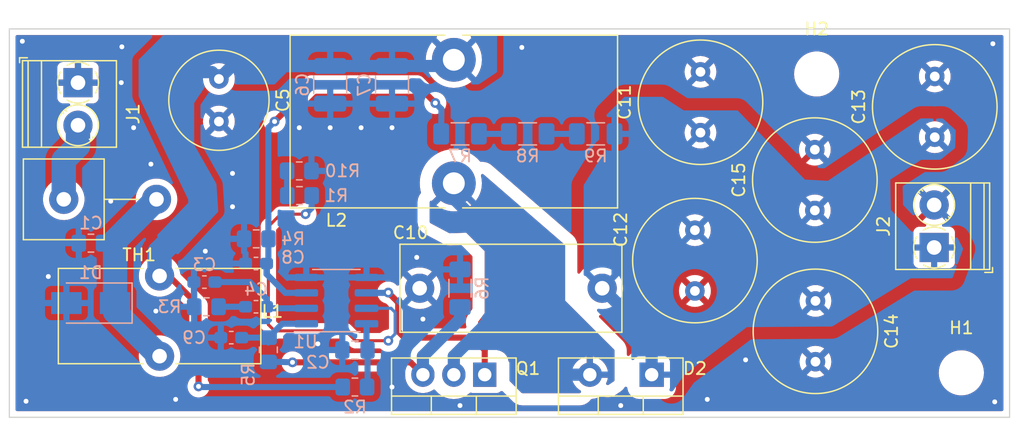
<source format=kicad_pcb>
(kicad_pcb (version 20211014) (generator pcbnew)
  (layers (0 "F.Cu" signal) (31 "B.Cu" signal) (34 "B.Paste" user) (35 "F.Paste" user) (36 "B.SilkS" user "B.Silkscreen") (37 "F.SilkS" user "F.Silkscreen") (38 "B.Mask" user) (39 "F.Mask" user) (44 "Edge.Cuts" user))
  (net 0 "")
  (net 1 "Net-(C1-Pad1)")
  (net 2 "GND")
  (net 3 "Net-(C2-Pad1)")
  (net 4 "Net-(C3-Pad1)")
  (net 5 "Net-(C4-Pad2)")
  (net 6 "Net-(C5-Pad1)")
  (net 7 "Net-(C8-Pad1)")
  (net 8 "Net-(C9-Pad1)")
  (net 9 "Net-(C10-Pad1)")
  (net 10 "Net-(D2-Pad2)")
  (net 11 "Net-(Q1-Pad1)")
  (net 12 "Net-(Q1-Pad3)")
  (net 13 "Net-(R1-Pad1)")
  (net 14 "Net-(R7-Pad2)")
  (net 15 "Net-(R8-Pad2)")
  (net 16 "Net-(J1-Pad2)")
  (net 17 "Net-(R1-Pad2)")
  (footprint "Resistor_THT:R_Axial_Power_L20.0mm_W6.4mm_P7.62mm_Vertical" (layer "F.Cu") (at 135.5852 99.8728)
    (fp_text reference "TH1" (at 6.1976 4.572) (layer "F.SilkS"))
    (fp_text value "EPC B57364-S259")
    (fp_line (start -3.32 -3.32) (end -3.32 3.32) (layer "F.SilkS") (width 0.12))
    (fp_line (start -3.32 3.32) (end 3.32 3.32) (layer "F.SilkS") (width 0.12))
    (fp_line (start 3.32 3.32) (end 3.32 -3.32) (layer "F.SilkS") (width 0.12))
    (fp_line (start 3.32 -3.32) (end -3.32 -3.32) (layer "F.SilkS") (width 0.12))
    (fp_line (start 3.32 0) (end 6.12 0) (layer "F.SilkS") (width 0.12))
    (pad "1" thru_hole circle (at 0 0) (size 2.4 2.4) (drill 1.2) (layers *.Cu *.Mask) (net 16 "Net-(J1-Pad2)"))
    (pad "2" thru_hole oval (at 7.62 0) (size 2.4 2.4) (drill 1.2) (layers *.Cu *.Mask) (net 1 "Net-(C1-Pad1)"))
  )
  (footprint "Capacitor_THT:C_Radial_D10.0mm_H20.0mm_P5.00mm" (layer "F.Cu") (at 197.3072 100.7872 90)
    (fp_text reference "C15" (at 2.5 -6.25 90) (layer "F.SilkS"))
    (fp_text value "33u")
    (fp_circle (center 2.5 0) (end 7.62 0) (layer "F.SilkS") (width 0.12) (fill none))
    (pad "1" thru_hole circle (at 0 0 90) (size 1.6 1.6) (drill 0.8) (layers *.Cu *.Mask) (net 9 "Net-(C10-Pad1)"))
    (pad "2" thru_hole circle (at 5 0 90) (size 1.6 1.6) (drill 0.8) (layers *.Cu *.Mask) (net 2 "GND"))
  )
  (footprint "TerminalBlock_Phoenix:TerminalBlock_Phoenix_PT-1,5-2-3.5-H_1x02_P3.50mm_Horizontal" (layer "F.Cu") (at 136.7536 90.2768 -90)
    (fp_text reference "J1" (at 2.5628 -4.5324 90) (layer "F.SilkS"))
    (fp_text value "Screw_Terminal_01x02")
    (fp_line (start -1.81 -3.16) (end 5.31 -3.16) (layer "F.SilkS") (width 0.12))
    (fp_line (start -1.81 4.1) (end 5.31 4.1) (layer "F.SilkS") (width 0.12))
    (fp_line (start -1.81 3) (end 5.31 3) (layer "F.SilkS") (width 0.12))
    (fp_line (start -2.05 4.16) (end -2.05 4.8) (layer "F.SilkS") (width 0.12))
    (fp_line (start 4.57 -1.275) (end 4.476 -1.181) (layer "F.SilkS") (width 0.12))
    (fp_line (start -1.81 4.56) (end 5.31 4.56) (layer "F.SilkS") (width 0.12))
    (fp_line (start -1.81 -3.16) (end -1.81 4.56) (layer "F.SilkS") (width 0.12))
    (fp_line (start -2.05 4.8) (end -1.65 4.8) (layer "F.SilkS") (width 0.12))
    (fp_line (start 5.31 -3.16) (end 5.31 4.56) (layer "F.SilkS") (width 0.12))
    (fp_line (start 4.775 -1.069) (end 4.646 -0.941) (layer "F.SilkS") (width 0.12))
    (fp_line (start 2.525 1.181) (end 2.431 1.274) (layer "F.SilkS") (width 0.12))
    (fp_line (start 2.355 0.941) (end 2.226 1.069) (layer "F.SilkS") (width 0.12))
    (fp_arc (start 0.890264 1.424721) (mid 0.463071 1.61492) (end 0 1.68) (layer "F.SilkS") (width 0.12))
    (fp_arc (start -0.889894 -1.425358) (mid -0.014012 -1.680286) (end 0.866 -1.44) (layer "F.SilkS") (width 0.12))
    (fp_arc (start 0.028674 1.680099) (mid -0.435535 1.622918) (end -0.866 1.44) (layer "F.SilkS") (width 0.12))
    (fp_arc (start -1.425358 0.889894) (mid -1.680286 0.014012) (end -1.44 -0.866) (layer "F.SilkS") (width 0.12))
    (fp_arc (start 1.425504 -0.890193) (mid 1.680626 0.000476) (end 1.425 0.891) (layer "F.SilkS") (width 0.12))
    (fp_circle (center 3.5 0) (end 5.18 0) (layer "F.SilkS") (width 0.12) (fill none))
    (pad "1" thru_hole rect (at 0 0 270) (size 2.4 2.4) (drill 1.2) (layers *.Cu *.Mask) (net 2 "GND"))
    (pad "2" thru_hole circle (at 3.5 0 270) (size 2.4 2.4) (drill 1.2) (layers *.Cu *.Mask) (net 16 "Net-(J1-Pad2)"))
  )
  (footprint "Package_TO_SOT_THT:TO-220-2_Vertical" (layer "F.Cu") (at 183.896 114.3 180)
    (fp_text reference "D2" (at -3.556 0.508) (layer "F.SilkS"))
    (fp_text value "BYV79-200")
    (fp_line (start 7.66 -3.27) (end 7.66 1.371) (layer "F.SilkS") (width 0.12))
    (fp_line (start -2.58 -1.76) (end 7.66 -1.76) (layer "F.SilkS") (width 0.12))
    (fp_line (start -2.58 1.371) (end 7.66 1.371) (layer "F.SilkS") (width 0.12))
    (fp_line (start -2.58 -3.27) (end -2.58 1.371) (layer "F.SilkS") (width 0.12))
    (fp_line (start 0.69 -3.27) (end 0.69 -1.76) (layer "F.SilkS") (width 0.12))
    (fp_line (start -2.58 -3.27) (end 7.66 -3.27) (layer "F.SilkS") (width 0.12))
    (fp_line (start 4.391 -3.27) (end 4.391 -1.76) (layer "F.SilkS") (width 0.12))
    (pad "1" thru_hole rect (at 0 0 180) (size 2 2) (drill 1.1) (layers *.Cu *.Mask) (net 9 "Net-(C10-Pad1)") (clearance 1))
    (pad "2" thru_hole oval (at 5.08 0 180) (size 2 2) (drill 1.1) (layers *.Cu *.Mask) (net 10 "Net-(D2-Pad2)") (clearance 1))
  )
  (footprint "Capacitor_THT:C_Radial_D8.0mm_H11.5mm_P3.50mm" (layer "F.Cu") (at 148.336 89.972 -90)
    (fp_text reference "C5" (at 1.75 -5.25 90) (layer "F.SilkS"))
    (fp_text value "100u")
    (fp_circle (center 1.75 0) (end 5.87 0) (layer "F.SilkS") (width 0.12) (fill none))
    (pad "1" thru_hole circle (at 0 0 270) (size 1.6 1.6) (drill 0.8) (layers *.Cu *.Mask) (net 6 "Net-(C5-Pad1)"))
    (pad "2" thru_hole circle (at 3.5 0 270) (size 1.6 1.6) (drill 0.8) (layers *.Cu *.Mask) (net 2 "GND"))
  )
  (footprint "Capacitor_THT:C_Rect_L18.0mm_W7.0mm_P15.00mm_FKS3_FKP3" (layer "F.Cu") (at 179.832 107.188 180)
    (fp_text reference "C10" (at 15.748 4.572) (layer "F.SilkS"))
    (fp_text value "1u")
    (fp_line (start 16.62 -3.62) (end 16.62 3.62) (layer "F.SilkS") (width 0.12))
    (fp_line (start -1.62 -3.62) (end 16.62 -3.62) (layer "F.SilkS") (width 0.12))
    (fp_line (start -1.62 3.62) (end 16.62 3.62) (layer "F.SilkS") (width 0.12))
    (fp_line (start -1.62 -3.62) (end -1.62 3.62) (layer "F.SilkS") (width 0.12))
    (pad "1" thru_hole circle (at 0 0 180) (size 2.4 2.4) (drill 1.2) (layers *.Cu *.Mask) (net 9 "Net-(C10-Pad1)") (clearance 1))
    (pad "2" thru_hole circle (at 15 0 180) (size 2.4 2.4) (drill 1.2) (layers *.Cu *.Mask) (net 2 "GND"))
  )
  (footprint "Package_TO_SOT_THT:TO-220-3_Vertical" (layer "F.Cu") (at 170.18 114.3 180)
    (fp_text reference "Q1" (at -3.556 0.508) (layer "F.SilkS"))
    (fp_text value "IRFB4620PBF")
    (fp_line (start -2.58 -3.27) (end -2.58 1.371) (layer "F.SilkS") (width 0.12))
    (fp_line (start 7.66 -3.27) (end 7.66 1.371) (layer "F.SilkS") (width 0.12))
    (fp_line (start 0.69 -3.27) (end 0.69 -1.76) (layer "F.SilkS") (width 0.12))
    (fp_line (start -2.58 1.371) (end 7.66 1.371) (layer "F.SilkS") (width 0.12))
    (fp_line (start -2.58 -1.76) (end 7.66 -1.76) (layer "F.SilkS") (width 0.12))
    (fp_line (start 4.391 -3.27) (end 4.391 -1.76) (layer "F.SilkS") (width 0.12))
    (fp_line (start -2.58 -3.27) (end 7.66 -3.27) (layer "F.SilkS") (width 0.12))
    (pad "1" thru_hole rect (at 0 0 180) (size 1.905 2) (drill 1.1) (layers *.Cu *.Mask) (net 11 "Net-(Q1-Pad1)"))
    (pad "2" thru_hole oval (at 2.54 0 180) (size 1.905 2) (drill 1.1) (layers *.Cu *.Mask) (net 10 "Net-(D2-Pad2)") (clearance 1))
    (pad "3" thru_hole oval (at 5.08 0 180) (size 1.905 2) (drill 1.1) (layers *.Cu *.Mask) (net 12 "Net-(Q1-Pad3)"))
  )
  (footprint "TerminalBlock_Phoenix:TerminalBlock_Phoenix_PT-1,5-2-3.5-H_1x02_P3.50mm_Horizontal" (layer "F.Cu") (at 207.1116 103.8352 90)
    (fp_text reference "J2" (at 1.75 -4.16 90) (layer "F.SilkS"))
    (fp_text value "Screw_Terminal_01x02")
    (fp_line (start -2.05 4.8) (end -1.65 4.8) (layer "F.SilkS") (width 0.12))
    (fp_line (start 4.57 -1.275) (end 4.476 -1.181) (layer "F.SilkS") (width 0.12))
    (fp_line (start -1.81 -3.16) (end -1.81 4.56) (layer "F.SilkS") (width 0.12))
    (fp_line (start -1.81 4.1) (end 5.31 4.1) (layer "F.SilkS") (width 0.12))
    (fp_line (start 5.31 -3.16) (end 5.31 4.56) (layer "F.SilkS") (width 0.12))
    (fp_line (start -1.81 -3.16) (end 5.31 -3.16) (layer "F.SilkS") (width 0.12))
    (fp_line (start 2.525 1.181) (end 2.431 1.274) (layer "F.SilkS") (width 0.12))
    (fp_line (start -1.81 4.56) (end 5.31 4.56) (layer "F.SilkS") (width 0.12))
    (fp_line (start 4.775 -1.069) (end 4.646 -0.941) (layer "F.SilkS") (width 0.12))
    (fp_line (start -1.81 3) (end 5.31 3) (layer "F.SilkS") (width 0.12))
    (fp_line (start -2.05 4.16) (end -2.05 4.8) (layer "F.SilkS") (width 0.12))
    (fp_line (start 2.355 0.941) (end 2.226 1.069) (layer "F.SilkS") (width 0.12))
    (fp_arc (start -1.425358 0.889894) (mid -1.680286 0.014012) (end -1.44 -0.866) (layer "F.SilkS") (width 0.12))
    (fp_arc (start -0.889894 -1.425358) (mid -0.014012 -1.680286) (end 0.866 -1.44) (layer "F.SilkS") (width 0.12))
    (fp_arc (start 1.425504 -0.890193) (mid 1.680626 0.000476) (end 1.425 0.891) (layer "F.SilkS") (width 0.12))
    (fp_arc (start 0.890264 1.424721) (mid 0.463071 1.61492) (end 0 1.68) (layer "F.SilkS") (width 0.12))
    (fp_arc (start 0.028674 1.680099) (mid -0.435535 1.622918) (end -0.866 1.44) (layer "F.SilkS") (width 0.12))
    (fp_circle (center 3.5 0) (end 5.18 0) (layer "F.SilkS") (width 0.12) (fill none))
    (pad "1" thru_hole rect (at 0 0 90) (size 2.4 2.4) (drill 1.2) (layers *.Cu *.Mask) (net 9 "Net-(C10-Pad1)"))
    (pad "2" thru_hole circle (at 3.5 0 90) (size 2.4 2.4) (drill 1.2) (layers *.Cu *.Mask) (net 2 "GND"))
  )
  (footprint "Capacitor_THT:C_Radial_D10.0mm_H20.0mm_P5.00mm" (layer "F.Cu") (at 207.1624 94.7636 90)
    (fp_text reference "C13" (at 2.5 -6.25 90) (layer "F.SilkS"))
    (fp_text value "33u")
    (fp_circle (center 2.5 0) (end 7.62 0) (layer "F.SilkS") (width 0.12) (fill none))
    (pad "1" thru_hole circle (at 0 0 90) (size 1.6 1.6) (drill 0.8) (layers *.Cu *.Mask) (net 9 "Net-(C10-Pad1)"))
    (pad "2" thru_hole circle (at 5 0 90) (size 1.6 1.6) (drill 0.8) (layers *.Cu *.Mask) (net 2 "GND"))
  )
  (footprint "MountingHole:MountingHole_2.7mm_M2.5" (layer "F.Cu") (at 197.4596 89.5604)
    (fp_text reference "H2" (at 0 -3.7) (layer "F.SilkS"))
    (fp_text value "MountingHole")
    (pad "" np_thru_hole circle (at 0 0) (size 2.7 2.7) (drill 2.7) (layers *.Cu *.Mask))
  )
  (footprint "MountingHole:MountingHole_2.7mm_M2.5" (layer "F.Cu") (at 209.3468 114.1476)
    (fp_text reference "H1" (at 0 -3.7) (layer "F.SilkS"))
    (fp_text value "MountingHole")
    (pad "" np_thru_hole circle (at 0 0) (size 2.7 2.7) (drill 2.7) (layers *.Cu *.Mask))
  )
  (footprint "Capacitor_THT:C_Radial_D10.0mm_H20.0mm_P5.00mm" (layer "F.Cu") (at 187.452 102.4128 -90)
    (fp_text reference "C12" (at -0.04 6.096 90) (layer "F.SilkS"))
    (fp_text value "33u")
    (fp_circle (center 2.5 0) (end 7.62 0) (layer "F.SilkS") (width 0.12) (fill none))
    (pad "1" thru_hole circle (at 0 0 270) (size 1.6 1.6) (drill 0.8) (layers *.Cu *.Mask) (net 9 "Net-(C10-Pad1)"))
    (pad "2" thru_hole circle (at 5 0 270) (size 1.6 1.6) (drill 0.8) (layers *.Cu *.Mask) (net 2 "GND"))
  )
  (footprint "Inductor_THT:L_Toroid_Vertical_L26.7mm_W14.0mm_P10.16mm_Pulse_D" (layer "F.Cu") (at 167.64 88.392)
    (fp_text reference "L2" (at -9.652 13.208) (layer "F.SilkS"))
    (fp_text value "100u")
    (fp_line (start -13.455 -2.025) (end -13.455 12.185) (layer "F.SilkS") (width 0.12))
    (fp_line (start 13.455 -2.025) (end 13.455 12.185) (layer "F.SilkS") (width 0.12))
    (fp_line (start 0.725 -2.025) (end 13.455 -2.025) (layer "F.SilkS") (width 0.12))
    (fp_line (start -13.455 12.185) (end -0.725 12.185) (layer "F.SilkS") (width 0.12))
    (fp_line (start 0.725 12.185) (end 13.455 12.185) (layer "F.SilkS") (width 0.12))
    (fp_line (start -13.455 -2.025) (end -0.725 -2.025) (layer "F.SilkS") (width 0.12))
    (pad "1" thru_hole circle (at 0 0) (size 3.6 3.6) (drill 1.8) (layers *.Cu *.Mask) (net 6 "Net-(C5-Pad1)"))
    (pad "2" thru_hole circle (at 0 10.16) (size 3.6 3.6) (drill 1.8) (layers *.Cu *.Mask) (net 10 "Net-(D2-Pad2)") (clearance 1))
  )
  (footprint "Inductor_THT:L_Toroid_Vertical_L16.4mm_W7.6mm_P6.60mm_Vishay_TJ3" (layer "F.Cu") (at 143.4592 112.776 180)
    (fp_text reference "L1" (at -9.271 3.679) (layer "F.SilkS"))
    (fp_text value "10u")
    (fp_line (start -8.32 7.22) (end -1.35 7.22) (layer "F.SilkS") (width 0.12))
    (fp_line (start 1.35 7.22) (end 8.32 7.22) (layer "F.SilkS") (width 0.12))
    (fp_line (start 8.32 -0.62) (end 8.32 7.22) (layer "F.SilkS") (width 0.12))
    (fp_line (start -8.32 -0.62) (end -8.32 7.22) (layer "F.SilkS") (width 0.12))
    (fp_line (start -8.32 -0.62) (end -1.35 -0.62) (layer "F.SilkS") (width 0.12))
    (fp_line (start 1.35 -0.62) (end 8.32 -0.62) (layer "F.SilkS") (width 0.12))
    (pad "1" thru_hole circle (at 0 0 180) (size 2.4 2.4) (drill 1.2) (layers *.Cu *.Mask) (net 1 "Net-(C1-Pad1)"))
    (pad "2" thru_hole circle (at 0 6.6 180) (size 2.4 2.4) (drill 1.2) (layers *.Cu *.Mask) (net 6 "Net-(C5-Pad1)"))
  )
  (footprint "Capacitor_THT:C_Radial_D10.0mm_H20.0mm_P5.00mm" (layer "F.Cu") (at 197.358 108.2332 -90)
    (fp_text reference "C14" (at 2.5 -6.25 90) (layer "F.SilkS"))
    (fp_text value "33u")
    (fp_circle (center 2.5 0) (end 7.62 0) (layer "F.SilkS") (width 0.12) (fill none))
    (pad "1" thru_hole circle (at 0 0 270) (size 1.6 1.6) (drill 0.8) (layers *.Cu *.Mask) (net 9 "Net-(C10-Pad1)"))
    (pad "2" thru_hole circle (at 5 0 270) (size 1.6 1.6) (drill 0.8) (layers *.Cu *.Mask) (net 2 "GND"))
  )
  (footprint "Capacitor_THT:C_Radial_D10.0mm_H20.0mm_P5.00mm" (layer "F.Cu") (at 187.9092 94.3864 90)
    (fp_text reference "C11" (at 2.5 -6.25 90) (layer "F.SilkS"))
    (fp_text value "33u")
    (fp_circle (center 2.5 0) (end 7.62 0) (layer "F.SilkS") (width 0.12) (fill none))
    (pad "1" thru_hole circle (at 0 0 90) (size 1.6 1.6) (drill 0.8) (layers *.Cu *.Mask) (net 9 "Net-(C10-Pad1)"))
    (pad "2" thru_hole circle (at 5 0 90) (size 1.6 1.6) (drill 0.8) (layers *.Cu *.Mask) (net 2 "GND"))
  )
  (footprint "Resistor_SMD:R_1206_3216Metric_Pad1.30x1.75mm_HandSolder" (layer "B.Cu") (at 173.71 94.488)
    (fp_text reference "R8" (at 0 1.82) (layer "B.SilkS") (effects (justify mirror)))
    (fp_text value "220k")
    (fp_line (start -0.727064 -0.91) (end 0.727064 -0.91) (layer "B.SilkS") (width 0.12))
    (fp_line (start -0.727064 0.91) (end 0.727064 0.91) (layer "B.SilkS") (width 0.12))
    (pad "1" smd roundrect (at -1.55 0) (size 1.3 1.75) (layers "B.Cu" "B.Paste" "B.Mask") (roundrect_rratio 0.1923076923) (net 14 "Net-(R7-Pad2)"))
    (pad "2" smd roundrect (at 1.55 0) (size 1.3 1.75) (layers "B.Cu" "B.Paste" "B.Mask") (roundrect_rratio 0.1923076923) (net 15 "Net-(R8-Pad2)"))
  )
  (footprint "Resistor_SMD:R_0805_2012Metric_Pad1.20x1.40mm_HandSolder" (layer "B.Cu") (at 154.94 97.536)
    (fp_text reference "R10" (at 3.556 0) (layer "B.SilkS") (effects (justify mirror)))
    (fp_text value "27k")
    (fp_line (start -0.227064 0.735) (end 0.227064 0.735) (layer "B.SilkS") (width 0.12))
    (fp_line (start -0.227064 -0.735) (end 0.227064 -0.735) (layer "B.SilkS") (width 0.12))
    (pad "1" smd roundrect (at -1 0) (size 1.2 1.4) (layers "B.Cu" "B.Paste" "B.Mask") (roundrect_rratio 0.2083333333) (net 17 "Net-(R1-Pad2)"))
    (pad "2" smd roundrect (at 1 0) (size 1.2 1.4) (layers "B.Cu" "B.Paste" "B.Mask") (roundrect_rratio 0.2083333333) (net 2 "GND"))
  )
  (footprint "Capacitor_SMD:C_0603_1608Metric_Pad1.08x0.95mm_HandSolder" (layer "B.Cu") (at 151.384 108.712 180)
    (fp_text reference "C4" (at 0 1.43) (layer "B.SilkS") (effects (justify mirror)))
    (fp_text value "22n")
    (fp_line (start -0.146267 -0.51) (end 0.146267 -0.51) (layer "B.SilkS") (width 0.12))
    (fp_line (start -0.146267 0.51) (end 0.146267 0.51) (layer "B.SilkS") (width 0.12))
    (pad "1" smd roundrect (at -0.8625 0 180) (size 1.075 0.95) (layers "B.Cu" "B.Paste" "B.Mask") (net 4 "Net-(C3-Pad1)"))
    (pad "2" smd roundrect (at 0.8625 0 180) (size 1.075 0.95) (layers "B.Cu" "B.Paste" "B.Mask") (net 5 "Net-(C4-Pad2)"))
  )
  (footprint "Resistor_SMD:R_0805_2012Metric_Pad1.20x1.40mm_HandSolder" (layer "B.Cu") (at 137.8204 103.4796 180)
    (fp_text reference "C1" (at 0 1.65) (layer "B.SilkS") (effects (justify mirror)))
    (fp_text value "1u")
    (fp_line (start -0.227064 0.735) (end 0.227064 0.735) (layer "B.SilkS") (width 0.12))
    (fp_line (start -0.227064 -0.735) (end 0.227064 -0.735) (layer "B.SilkS") (width 0.12))
    (pad "1" smd roundrect (at -1 0 180) (size 1.2 1.4) (layers "B.Cu" "B.Paste" "B.Mask") (roundrect_rratio 0.2083333333) (net 1 "Net-(C1-Pad1)"))
    (pad "2" smd roundrect (at 1 0 180) (size 1.2 1.4) (layers "B.Cu" "B.Paste" "B.Mask") (roundrect_rratio 0.2083333333) (net 2 "GND"))
  )
  (footprint "Resistor_SMD:R_1210_3225Metric_Pad1.30x2.65mm_HandSolder" (layer "B.Cu") (at 162.56 90.45 -90)
    (fp_text reference "C7" (at 0 2.28 90) (layer "B.SilkS") (effects (justify mirror)))
    (fp_text value "10u")
    (fp_line (start -0.723737 1.355) (end 0.723737 1.355) (layer "B.SilkS") (width 0.12))
    (fp_line (start -0.723737 -1.355) (end 0.723737 -1.355) (layer "B.SilkS") (width 0.12))
    (pad "1" smd roundrect (at -1.55 0 270) (size 1.3 2.65) (layers "B.Cu" "B.Paste" "B.Mask") (roundrect_rratio 0.1923076923) (net 6 "Net-(C5-Pad1)"))
    (pad "2" smd roundrect (at 1.55 0 270) (size 1.3 2.65) (layers "B.Cu" "B.Paste" "B.Mask") (roundrect_rratio 0.1923076923) (net 2 "GND"))
  )
  (footprint "Resistor_SMD:R_0805_2012Metric_Pad1.20x1.40mm_HandSolder" (layer "B.Cu") (at 154.956 99.568 180)
    (fp_text reference "R1" (at -3.032 0) (layer "B.SilkS") (effects (justify mirror)))
    (fp_text value "120k")
    (fp_line (start -0.227064 0.735) (end 0.227064 0.735) (layer "B.SilkS") (width 0.12))
    (fp_line (start -0.227064 -0.735) (end 0.227064 -0.735) (layer "B.SilkS") (width 0.12))
    (pad "1" smd roundrect (at -1 0 180) (size 1.2 1.4) (layers "B.Cu" "B.Paste" "B.Mask") (roundrect_rratio 0.2083333333) (net 13 "Net-(R1-Pad1)"))
    (pad "2" smd roundrect (at 1 0 180) (size 1.2 1.4) (layers "B.Cu" "B.Paste" "B.Mask") (roundrect_rratio 0.2083333333) (net 17 "Net-(R1-Pad2)"))
  )
  (footprint "Resistor_SMD:R_0805_2012Metric_Pad1.20x1.40mm_HandSolder" (layer "B.Cu") (at 159.512 115.316)
    (fp_text reference "R2" (at 0 1.65) (layer "B.SilkS") (effects (justify mirror)))
    (fp_text value "22")
    (fp_line (start -0.227064 0.735) (end 0.227064 0.735) (layer "B.SilkS") (width 0.12))
    (fp_line (start -0.227064 -0.735) (end 0.227064 -0.735) (layer "B.SilkS") (width 0.12))
    (pad "1" smd roundrect (at -1 0) (size 1.2 1.4) (layers "B.Cu" "B.Paste" "B.Mask") (roundrect_rratio 0.2083333333) (net 6 "Net-(C5-Pad1)"))
    (pad "2" smd roundrect (at 1 0) (size 1.2 1.4) (layers "B.Cu" "B.Paste" "B.Mask") (roundrect_rratio 0.2083333333) (net 3 "Net-(C2-Pad1)"))
  )
  (footprint "Resistor_SMD:R_1206_3216Metric_Pad1.30x1.75mm_HandSolder" (layer "B.Cu") (at 179.298 94.488)
    (fp_text reference "R9" (at 0 1.82) (layer "B.SilkS") (effects (justify mirror)))
    (fp_text value "510k")
    (fp_line (start -0.727064 -0.91) (end 0.727064 -0.91) (layer "B.SilkS") (width 0.12))
    (fp_line (start -0.727064 0.91) (end 0.727064 0.91) (layer "B.SilkS") (width 0.12))
    (pad "1" smd roundrect (at -1.55 0) (size 1.3 1.75) (layers "B.Cu" "B.Paste" "B.Mask") (roundrect_rratio 0.1923076923) (net 15 "Net-(R8-Pad2)"))
    (pad "2" smd roundrect (at 1.55 0) (size 1.3 1.75) (layers "B.Cu" "B.Paste" "B.Mask") (roundrect_rratio 0.1923076923) (net 9 "Net-(C10-Pad1)"))
  )
  (footprint "Package_SO:SOIC-8_3.9x4.9mm_P1.27mm" (layer "B.Cu") (at 157.988 108.204)
    (fp_text reference "U1" (at -2.54 3.4) (layer "B.SilkS") (effects (justify mirror)))
    (fp_text value "LM3478MA")
    (fp_line (start 0 -2.56) (end -1.95 -2.56) (layer "B.SilkS") (width 0.12))
    (fp_line (start 0 2.56) (end 1.95 2.56) (layer "B.SilkS") (width 0.12))
    (fp_line (start 0 -2.56) (end 1.95 -2.56) (layer "B.SilkS") (width 0.12))
    (fp_line (start 0 2.56) (end -3.45 2.56) (layer "B.SilkS") (width 0.12))
    (pad "1" smd roundrect (at -2.475 1.905) (size 1.95 0.6) (layers "B.Cu" "B.Paste" "B.Mask") (net 8 "Net-(C9-Pad1)"))
    (pad "2" smd roundrect (at -2.475 0.635) (size 1.95 0.6) (layers "B.Cu" "B.Paste" "B.Mask") (net 4 "Net-(C3-Pad1)"))
    (pad "3" smd roundrect (at -2.475 -0.635) (size 1.95 0.6) (layers "B.Cu" "B.Paste" "B.Mask") (net 7 "Net-(C8-Pad1)"))
    (pad "4" smd roundrect (at -2.475 -1.905) (size 1.95 0.6) (layers "B.Cu" "B.Paste" "B.Mask") (net 2 "GND"))
    (pad "5" smd roundrect (at 2.475 -1.905) (size 1.95 0.6) (layers "B.Cu" "B.Paste" "B.Mask") (net 2 "GND"))
    (pad "6" smd roundrect (at 2.475 -0.635) (size 1.95 0.6) (layers "B.Cu" "B.Paste" "B.Mask") (net 11 "Net-(Q1-Pad1)"))
    (pad "7" smd roundrect (at 2.475 0.635) (size 1.95 0.6) (layers "B.Cu" "B.Paste" "B.Mask") (net 13 "Net-(R1-Pad1)"))
    (pad "8" smd roundrect (at 2.475 1.905) (size 1.95 0.6) (layers "B.Cu" "B.Paste" "B.Mask") (net 3 "Net-(C2-Pad1)"))
  )
  (footprint "Diode_SMD:D_SMA" (layer "B.Cu") (at 137.8016 108.4072 180)
    (fp_text reference "D1" (at 0 2.5) (layer "B.SilkS") (effects (justify mirror)))
    (fp_text value "SK 34SMA DIO")
    (fp_line (start -3.4 1.65) (end -3.4 -1.65) (layer "B.SilkS") (width 0.12))
    (fp_line (start -3.4 -1.65) (end 2 -1.65) (layer "B.SilkS") (width 0.12))
    (fp_line (start -3.4 1.65) (end 2 1.65) (layer "B.SilkS") (width 0.12))
    (pad "1" smd rect (at -2 0 180) (size 2.5 1.8) (layers "B.Cu" "B.Paste" "B.Mask") (net 1 "Net-(C1-Pad1)"))
    (pad "2" smd rect (at 2 0 180) (size 2.5 1.8) (layers "B.Cu" "B.Paste" "B.Mask") (net 2 "GND"))
  )
  (footprint "Resistor_SMD:R_1206_3216Metric_Pad1.30x1.75mm_HandSolder" (layer "B.Cu") (at 168.148 107.188 90)
    (fp_text reference "R6" (at 0 1.82 90) (layer "B.SilkS") (effects (justify mirror)))
    (fp_text value "0,01")
    (fp_line (start -0.727064 0.91) (end 0.727064 0.91) (layer "B.SilkS") (width 0.12))
    (fp_line (start -0.727064 -0.91) (end 0.727064 -0.91) (layer "B.SilkS") (width 0.12))
    (pad "1" smd roundrect (at -1.55 0 90) (size 1.3 1.75) (layers "B.Cu" "B.Paste" "B.Mask") (roundrect_rratio 0.1923076923) (net 12 "Net-(Q1-Pad3)"))
    (pad "2" smd roundrect (at 1.55 0 90) (size 1.3 1.75) (layers "B.Cu" "B.Paste" "B.Mask") (roundrect_rratio 0.1923076923) (net 2 "GND"))
  )
  (footprint "Resistor_SMD:R_1206_3216Metric_Pad1.30x1.75mm_HandSolder" (layer "B.Cu") (at 168.148 94.488)
    (fp_text reference "R7" (at 0 1.82) (layer "B.SilkS") (effects (justify mirror)))
    (fp_text value "220k")
    (fp_line (start -0.727064 0.91) (end 0.727064 0.91) (layer "B.SilkS") (width 0.12))
    (fp_line (start -0.727064 -0.91) (end 0.727064 -0.91) (layer "B.SilkS") (width 0.12))
    (pad "1" smd roundrect (at -1.55 0) (size 1.3 1.75) (layers "B.Cu" "B.Paste" "B.Mask") (roundrect_rratio 0.1923076923) (net 7 "Net-(C8-Pad1)"))
    (pad "2" smd roundrect (at 1.55 0) (size 1.3 1.75) (layers "B.Cu" "B.Paste" "B.Mask") (roundrect_rratio 0.1923076923) (net 14 "Net-(R7-Pad2)"))
  )
  (footprint "Capacitor_SMD:C_0603_1608Metric_Pad1.08x0.95mm_HandSolder" (layer "B.Cu") (at 151.384 105.156 180)
    (fp_text reference "C8" (at -3.048 0.508) (layer "B.SilkS") (effects (justify mirror)))
    (fp_text value "100p")
    (fp_line (start -0.146267 0.51) (end 0.146267 0.51) (layer "B.SilkS") (width 0.12))
    (fp_line (start -0.146267 -0.51) (end 0.146267 -0.51) (layer "B.SilkS") (width 0.12))
    (pad "1" smd roundrect (at -0.8625 0 180) (size 1.075 0.95) (layers "B.Cu" "B.Paste" "B.Mask") (net 7 "Net-(C8-Pad1)"))
    (pad "2" smd roundrect (at 0.8625 0 180) (size 1.075 0.95) (layers "B.Cu" "B.Paste" "B.Mask") (net 2 "GND"))
  )
  (footprint "Capacitor_SMD:C_0603_1608Metric_Pad1.08x0.95mm_HandSolder" (layer "B.Cu") (at 147.144 106.68 180)
    (fp_text reference "C3" (at 0 1.43) (layer "B.SilkS") (effects (justify mirror)))
    (fp_text value "1n")
    (fp_line (start -0.146267 -0.51) (end 0.146267 -0.51) (layer "B.SilkS") (width 0.12))
    (fp_line (start -0.146267 0.51) (end 0.146267 0.51) (layer "B.SilkS") (width 0.12))
    (pad "1" smd roundrect (at -0.8625 0 180) (size 1.075 0.95) (layers "B.Cu" "B.Paste" "B.Mask") (net 4 "Net-(C3-Pad1)"))
    (pad "2" smd roundrect (at 0.8625 0 180) (size 1.075 0.95) (layers "B.Cu" "B.Paste" "B.Mask") (net 2 "GND"))
  )
  (footprint "Capacitor_SMD:C_0805_2012Metric_Pad1.18x1.45mm_HandSolder" (layer "B.Cu") (at 159.512 112.268 180)
    (fp_text reference "C2" (at 3.048 -1.016) (layer "B.SilkS") (effects (justify mirror)))
    (fp_text value "100n")
    (fp_line (start -0.261252 -0.735) (end 0.261252 -0.735) (layer "B.SilkS") (width 0.12))
    (fp_line (start -0.261252 0.735) (end 0.261252 0.735) (layer "B.SilkS") (width 0.12))
    (pad "1" smd roundrect (at -1.0375 0 180) (size 1.175 1.45) (layers "B.Cu" "B.Paste" "B.Mask") (roundrect_rratio 0.2127659574) (net 3 "Net-(C2-Pad1)"))
    (pad "2" smd roundrect (at 1.0375 0 180) (size 1.175 1.45) (layers "B.Cu" "B.Paste" "B.Mask") (roundrect_rratio 0.2127659574) (net 2 "GND"))
  )
  (footprint "Resistor_SMD:R_1210_3225Metric_Pad1.30x2.65mm_HandSolder" (layer "B.Cu") (at 157.48 90.45 -90)
    (fp_text reference "C6" (at 0 2.28 90) (layer "B.SilkS") (effects (justify mirror)))
    (fp_text value "10u")
    (fp_line (start -0.723737 1.355) (end 0.723737 1.355) (layer "B.SilkS") (width 0.12))
    (fp_line (start -0.723737 -1.355) (end 0.723737 -1.355) (layer "B.SilkS") (width 0.12))
    (pad "1" smd roundrect (at -1.55 0 270) (size 1.3 2.65) (layers "B.Cu" "B.Paste" "B.Mask") (roundrect_rratio 0.1923076923) (net 6 "Net-(C5-Pad1)"))
    (pad "2" smd roundrect (at 1.55 0 270) (size 1.3 2.65) (layers "B.Cu" "B.Paste" "B.Mask") (roundrect_rratio 0.1923076923) (net 2 "GND"))
  )
  (footprint "Resistor_SMD:R_0805_2012Metric_Pad1.20x1.40mm_HandSolder" (layer "B.Cu") (at 152.4 112.252 -90)
    (fp_text reference "R5" (at 2.048 1.65 90) (layer "B.SilkS") (effects (justify mirror)))
    (fp_text value "100")
    (fp_line (start -0.227064 -0.735) (end 0.227064 -0.735) (layer "B.SilkS") (width 0.12))
    (fp_line (start -0.227064 0.735) (end 0.227064 0.735) (layer "B.SilkS") (width 0.12))
    (pad "1" smd roundrect (at -1 0 270) (size 1.2 1.4) (layers "B.Cu" "B.Paste" "B.Mask") (roundrect_rratio 0.2083333333) (net 8 "Net-(C9-Pad1)"))
    (pad "2" smd roundrect (at 1 0 270) (size 1.2 1.4) (layers "B.Cu" "B.Paste" "B.Mask") (roundrect_rratio 0.2083333333) (net 12 "Net-(Q1-Pad3)"))
  )
  (footprint "Resistor_SMD:R_0805_2012Metric_Pad1.20x1.40mm_HandSolder" (layer "B.Cu") (at 147.304 108.712 180)
    (fp_text reference "R3" (at 3.032 0) (layer "B.SilkS") (effects (justify mirror)))
    (fp_text value "21k")
    (fp_line (start -0.227064 0.735) (end 0.227064 0.735) (layer "B.SilkS") (width 0.12))
    (fp_line (start -0.227064 -0.735) (end 0.227064 -0.735) (layer "B.SilkS") (width 0.12))
    (pad "1" smd roundrect (at -1 0 180) (size 1.2 1.4) (layers "B.Cu" "B.Paste" "B.Mask") (roundrect_rratio 0.2083333333) (net 5 "Net-(C4-Pad2)"))
    (pad "2" smd roundrect (at 1 0 180) (size 1.2 1.4) (layers "B.Cu" "B.Paste" "B.Mask") (roundrect_rratio 0.2083333333) (net 2 "GND"))
  )
  (footprint "Capacitor_SMD:C_0603_1608Metric_Pad1.08x0.95mm_HandSolder" (layer "B.Cu") (at 149.352 111.252 180)
    (fp_text reference "C9" (at 3.048 0) (layer "B.SilkS") (effects (justify mirror)))
    (fp_text value "10p")
    (fp_line (start -0.146267 -0.51) (end 0.146267 -0.51) (layer "B.SilkS") (width 0.12))
    (fp_line (start -0.146267 0.51) (end 0.146267 0.51) (layer "B.SilkS") (width 0.12))
    (pad "1" smd roundrect (at -0.8625 0 180) (size 1.075 0.95) (layers "B.Cu" "B.Paste" "B.Mask") (net 8 "Net-(C9-Pad1)"))
    (pad "2" smd roundrect (at 0.8625 0 180) (size 1.075 0.95) (layers "B.Cu" "B.Paste" "B.Mask") (net 2 "GND"))
  )
  (footprint "Resistor_SMD:R_0805_2012Metric_Pad1.20x1.40mm_HandSolder" (layer "B.Cu") (at 151.4 103.124 180)
    (fp_text reference "R4" (at -3.032 0) (layer "B.SilkS") (effects (justify mirror)))
    (fp_text value "10k")
    (fp_line (start -0.227064 0.735) (end 0.227064 0.735) (layer "B.SilkS") (width 0.12))
    (fp_line (start -0.227064 -0.735) (end 0.227064 -0.735) (layer "B.SilkS") (width 0.12))
    (pad "1" smd roundrect (at -1 0 180) (size 1.2 1.4) (layers "B.Cu" "B.Paste" "B.Mask") (roundrect_rratio 0.2083333333) (net 7 "Net-(C8-Pad1)"))
    (pad "2" smd roundrect (at 1 0 180) (size 1.2 1.4) (layers "B.Cu" "B.Paste" "B.Mask") (roundrect_rratio 0.2083333333) (net 2 "GND"))
  )
  (gr_line (start 213.3092 85.852) (end 131.1148 85.852) (layer "Edge.Cuts") (width 0.1))
  (gr_line (start 131.1148 117.8052) (end 213.3092 117.8052) (layer "Edge.Cuts") (width 0.1))
  (gr_line (start 131.1148 85.852) (end 131.1148 117.8052) (layer "Edge.Cuts") (width 0.1))
  (gr_line (start 213.3092 117.8052) (end 213.3092 85.852) (layer "Edge.Cuts") (width 0.1))
  (segment (start 139.8016 109.1184) (end 143.4592 112.776) (width 2) (layer "B.Cu") (net 1))
  (segment (start 139.8016 108.4072) (end 139.8016 109.1184) (width 2) (layer "B.Cu") (net 1))
  (segment (start 143.2052 99.8728) (end 139.8016 103.2764) (width 2) (layer "B.Cu") (net 1))
  (segment (start 139.8016 103.2764) (end 139.8016 108.4072) (width 2) (layer "B.Cu") (net 1))
  (via (at 164.592 104.648) (size 0.8) (drill 0.4) (layers "F.Cu" "B.Cu") (net 2))
  (via (at 173.228 87.376) (size 0.8) (drill 0.4) (layers "F.Cu" "B.Cu") (net 2))
  (via (at 191.6176 113.0808) (size 0.8) (drill 0.4) (layers "F.Cu" "B.Cu") (net 2))
  (via (at 144.78 116.332) (size 0.8) (drill 0.4) (layers "F.Cu" "B.Cu") (net 2))
  (via (at 132.4864 116.4844) (size 0.8) (drill 0.4) (layers "F.Cu" "B.Cu") (net 2))
  (via (at 149.4536 97.7392) (size 0.8) (drill 0.4) (layers "F.Cu" "B.Cu") (net 2))
  (via (at 147.2184 104.14) (size 0.8) (drill 0.4) (layers "F.Cu" "B.Cu") (net 2))
  (via (at 143.1544 109.0676) (size 0.8) (drill 0.4) (layers "F.Cu" "B.Cu") (net 2))
  (via (at 157.48 93.98) (size 0.8) (drill 0.4) (layers "F.Cu" "B.Cu") (net 2))
  (via (at 134.3152 106.2228) (size 0.8) (drill 0.4) (layers "F.Cu" "B.Cu") (net 2))
  (via (at 211.9376 87.0712) (size 0.8) (drill 0.4) (layers "F.Cu" "B.Cu") (net 2))
  (via (at 162.56 115.316) (size 0.8) (drill 0.4) (layers "F.Cu" "B.Cu") (net 2))
  (via (at 168.148 116.84) (size 0.8) (drill 0.4) (layers "F.Cu" "B.Cu") (net 2))
  (via (at 160.02 93.98) (size 0.8) (drill 0.4) (layers "F.Cu" "B.Cu") (net 2))
  (via (at 139.446 100.0252) (size 0.8) (drill 0.4) (layers "F.Cu" "B.Cu") (net 2))
  (via (at 132.1816 86.868) (size 0.8) (drill 0.4) (layers "F.Cu" "B.Cu") (net 2))
  (via (at 154.94 93.98) (size 0.8) (drill 0.4) (layers "F.Cu" "B.Cu") (net 2))
  (via (at 156.464 111.76) (size 0.8) (drill 0.4) (layers "F.Cu" "B.Cu") (net 2))
  (via (at 212.09 116.5352) (size 0.8) (drill 0.4) (layers "F.Cu" "B.Cu") (net 2))
  (via (at 141.3256 93.98) (size 0.8) (drill 0.4) (layers "F.Cu" "B.Cu") (net 2))
  (via (at 162.56 93.98) (size 0.8) (drill 0.4) (layers "F.Cu" "B.Cu") (net 2))
  (via (at 181.356 116.84) (size 0.8) (drill 0.4) (layers "F.Cu" "B.Cu") (net 2))
  (via (at 142.748 96.9772) (size 0.8) (drill 0.4) (layers "F.Cu" "B.Cu") (net 2))
  (via (at 140.3096 90.2716) (size 0.8) (drill 0.4) (layers "F.Cu" "B.Cu") (net 2))
  (via (at 140.3604 87.3252) (size 0.8) (drill 0.4) (layers "F.Cu" "B.Cu") (net 2))
  (via (at 149.4536 100.4824) (size 0.8) (drill 0.4) (layers "F.Cu" "B.Cu") (net 2))
  (via (at 188.468 116.332) (size 0.8) (drill 0.4) (layers "F.Cu" "B.Cu") (net 2))
  (via (at 165.1 109.728) (size 0.8) (drill 0.4) (layers "F.Cu" "B.Cu") (net 2))
  (segment (start 160.463 112.1815) (end 160.5495 112.268) (width 0.5) (layer "B.Cu") (net 3))
  (segment (start 160.5495 115.2785) (end 160.512 115.316) (width 0.5) (layer "B.Cu") (net 3))
  (segment (start 160.463 110.109) (end 160.463 112.1815) (width 0.5) (layer "B.Cu") (net 3))
  (segment (start 160.5495 112.268) (end 160.5495 115.2785) (width 0.5) (layer "B.Cu") (net 3))
  (segment (start 152.2465 108.0505) (end 152.2465 108.712) (width 0.5) (layer "B.Cu") (net 4))
  (segment (start 150.876 106.68) (end 152.2465 108.0505) (width 0.5) (layer "B.Cu") (net 4))
  (segment (start 148.0065 106.68) (end 150.876 106.68) (width 0.5) (layer "B.Cu") (net 4))
  (segment (start 155.513 108.839) (end 152.3735 108.839) (width 0.5) (layer "B.Cu") (net 4))
  (segment (start 152.3735 108.839) (end 152.2465 108.712) (width 0.5) (layer "B.Cu") (net 4))
  (segment (start 148.304 108.712) (end 150.5215 108.712) (width 0.5) (layer "B.Cu") (net 5))
  (segment (start 144.2252 106.176) (end 143.4592 106.176) (width 0.5) (layer "F.Cu") (net 6))
  (segment (start 146.6596 108.6104) (end 144.2252 106.176) (width 0.5) (layer "F.Cu") (net 6))
  (segment (start 146.6596 115.2652) (end 146.6596 108.6104) (width 0.5) (layer "F.Cu") (net 6))
  (via (at 146.6596 115.2652) (size 0.8) (drill 0.4) (layers "F.Cu" "B.Cu") (net 6))
  (segment (start 146.7104 115.2652) (end 146.6596 115.2652) (width 0.5) (layer "B.Cu") (net 6))
  (segment (start 158.512 115.316) (end 146.7612 115.316) (width 0.5) (layer "B.Cu") (net 6))
  (segment (start 146.7612 115.316) (end 146.7104 115.2652) (width 0.5) (layer "B.Cu") (net 6))
  (segment (start 143.4592 106.176) (end 143.4592 104.2416) (width 2) (layer "B.Cu") (net 6))
  (segment (start 167.132 88.9) (end 167.64 88.392) (width 1) (layer "B.Cu") (net 6))
  (segment (start 162.56 88.9) (end 167.132 88.9) (width 1) (layer "B.Cu") (net 6))
  (segment (start 157.48 88.9) (end 162.56 88.9) (width 1) (layer "B.Cu") (net 6))
  (segment (start 146.812 100.8888) (end 146.812 98.552) (width 2) (layer "B.Cu") (net 6))
  (segment (start 147.772 89.408) (end 148.336 89.972) (width 1) (layer "B.Cu") (net 6))
  (segment (start 143.4592 104.2416) (end 144.4244 103.2764) (width 2) (layer "B.Cu") (net 6))
  (segment (start 149.408 88.9) (end 148.336 89.972) (width 1) (layer "B.Cu") (net 6))
  (segment (start 144.272 90.932) (end 145.796 89.408) (width 1) (layer "B.Cu") (net 6))
  (segment (start 157.48 88.9) (end 149.408 88.9) (width 1) (layer "B.Cu") (net 6))
  (segment (start 145.796 89.408) (end 147.772 89.408) (width 1) (layer "B.Cu") (net 6))
  (segment (start 144.4244 103.2764) (end 146.812 100.8888) (width 2) (layer "B.Cu") (net 6))
  (segment (start 155.956 90.424) (end 153.416 92.964) (width 0.5) (layer "F.Cu") (net 7))
  (segment (start 164.592 90.424) (end 155.956 90.424) (width 0.5) (layer "F.Cu") (net 7))
  (segment (start 166.116 91.948) (end 164.592 90.424) (width 0.5) (layer "F.Cu") (net 7))
  (segment (start 153.416 92.964) (end 152.908 93.472) (width 0.5) (layer "F.Cu") (net 7))
  (via (at 166.116 91.948) (size 0.8) (drill 0.4) (layers "F.Cu" "B.Cu") (net 7))
  (via (at 152.908 93.472) (size 0.8) (drill 0.4) (layers "F.Cu" "B.Cu") (net 7))
  (segment (start 152.4 93.98) (end 152.4 103.124) (width 0.5) (layer "B.Cu") (net 7))
  (segment (start 152.4 103.124) (end 152.4 105.0025) (width 0.5) (layer "B.Cu") (net 7))
  (segment (start 152.2465 106.0185) (end 152.2465 105.156) (width 0.5) (layer "B.Cu") (net 7))
  (segment (start 152.4 105.0025) (end 152.2465 105.156) (width 0.5) (layer "B.Cu") (net 7))
  (segment (start 166.116 91.948) (end 166.624 92.456) (width 0.5) (layer "B.Cu") (net 7))
  (segment (start 155.513 107.569) (end 153.797 107.569) (width 0.5) (layer "B.Cu") (net 7))
  (segment (start 153.797 107.569) (end 152.2465 106.0185) (width 0.5) (layer "B.Cu") (net 7))
  (segment (start 152.908 93.472) (end 152.4 93.98) (width 0.5) (layer "B.Cu") (net 7))
  (segment (start 166.624 92.456) (end 166.598 94.488) (width 0.5) (layer "B.Cu") (net 7))
  (segment (start 153.543 110.109) (end 152.4 111.252) (width 0.5) (layer "B.Cu") (net 8))
  (segment (start 152.368 111.76) (end 152.4 111.792) (width 0.25) (layer "B.Cu") (net 8))
  (segment (start 155.513 110.109) (end 153.543 110.109) (width 0.5) (layer "B.Cu") (net 8))
  (segment (start 150.2145 111.252) (end 152.4 111.252) (width 0.5) (layer "B.Cu") (net 8))
  (segment (start 180.848 94.996) (end 180.848 106.172) (width 0.5) (layer "B.Cu") (net 9))
  (segment (start 183.896 111.252) (end 179.832 107.188) (width 1) (layer "B.Cu") (net 9))
  (segment (start 183.896 112) (end 183.896 111.252) (width 1) (layer "B.Cu") (net 9))
  (segment (start 183.896 114.3) (end 183.896 112) (width 1) (layer "B.Cu") (net 9))
  (segment (start 180.848 106.172) (end 179.832 107.188) (width 0.5) (layer "B.Cu") (net 9))
  (segment (start 171.196 103.378) (end 167.64 99.822) (width 1) (layer "B.Cu") (net 10))
  (segment (start 178.816 114.3) (end 176.276 114.3) (width 1) (layer "B.Cu") (net 10))
  (segment (start 171.196 109.22) (end 171.196 103.378) (width 1) (layer "B.Cu") (net 10))
  (segment (start 176.276 114.3) (end 171.196 109.22) (width 1) (layer "B.Cu") (net 10))
  (segment (start 167.64 114.3) (end 167.64 112.776) (width 1) (layer "B.Cu") (net 10))
  (segment (start 167.64 112.776) (end 171.196 109.22) (width 1) (layer "B.Cu") (net 10))
  (segment (start 162.2552 107.5436) (end 162.9664 108.2548) (width 0.5) (layer "F.Cu") (net 11))
  (segment (start 170.18 112.268) (end 169.164 111.252) (width 0.5) (layer "F.Cu") (net 11))
  (segment (start 163.068 110.744) (end 163.068 108.3564) (width 0.5) (layer "F.Cu") (net 11))
  (segment (start 170.18 114.3) (end 170.18 112.268) (width 0.5) (layer "F.Cu") (net 11))
  (segment (start 163.068 108.3564) (end 162.9664 108.2548) (width 0.5) (layer "F.Cu") (net 11))
  (segment (start 169.164 111.252) (end 163.576 111.252) (width 0.5) (layer "F.Cu") (net 11))
  (segment (start 163.576 111.252) (end 163.068 110.744) (width 0.5) (layer "F.Cu") (net 11))
  (via (at 162.2552 107.5436) (size 0.8) (drill 0.4) (layers "F.Cu" "B.Cu") (net 11))
  (segment (start 160.463 107.569) (end 162.2298 107.569) (width 0.5) (layer "B.Cu") (net 11))
  (segment (start 162.2298 107.569) (end 162.2552 107.5436) (width 0.5) (layer "B.Cu") (net 11))
  (segment (start 154.3812 113.284) (end 164.084 113.284) (width 0.5) (layer "F.Cu") (net 12))
  (segment (start 164.084 113.284) (end 165.1 114.3) (width 0.5) (layer "F.Cu") (net 12))
  (via (at 154.3812 113.284) (size 0.8) (drill 0.4) (layers "F.Cu" "B.Cu") (net 12))
  (segment (start 165.1 112.776) (end 165.1 114.3) (width 1) (layer "B.Cu") (net 12))
  (segment (start 153.4668 113.252) (end 152.4 113.252) (width 0.5) (layer "B.Cu") (net 12))
  (segment (start 154.3812 113.284) (end 153.4668 113.252) (width 0.5) (layer "B.Cu") (net 12))
  (segment (start 168.148 109.728) (end 165.1 112.776) (width 1) (layer "B.Cu") (net 12))
  (segment (start 168.148 108.738) (end 168.148 109.728) (width 1) (layer "B.Cu") (net 12))
  (segment (start 159.5628 111.506) (end 158.75 110.6932) (width 0.25) (layer "F.Cu") (net 13))
  (segment (start 152.4 108.204) (end 152.4 102.108) (width 0.25) (layer "F.Cu") (net 13))
  (segment (start 152.4 110.1852) (end 152.4 108.204) (width 0.25) (layer "F.Cu") (net 13))
  (segment (start 153.0096 110.6932) (end 152.9588 110.744) (width 0.25) (layer "F.Cu") (net 13))
  (segment (start 152.9588 110.744) (end 152.4 110.1852) (width 0.25) (layer "F.Cu") (net 13))
  (segment (start 153.416 101.092) (end 155.448 101.092) (width 0.25) (layer "F.Cu") (net 13))
  (segment (start 152.4 102.108) (end 153.416 101.092) (width 0.25) (layer "F.Cu") (net 13))
  (segment (start 162.2552 111.506) (end 159.5628 111.506) (width 0.25) (layer "F.Cu") (net 13))
  (segment (start 158.75 110.6932) (end 153.0096 110.6932) (width 0.25) (layer "F.Cu") (net 13))
  (via (at 162.2552 111.506) (size 0.8) (drill 0.4) (layers "F.Cu" "B.Cu") (net 13))
  (via (at 155.448 101.092) (size 0.8) (drill 0.4) (layers "F.Cu" "B.Cu") (net 13))
  (segment (start 155.956 100.584) (end 155.448 101.092) (width 0.5) (layer "B.Cu") (net 13))
  (segment (start 162.814 109.1692) (end 162.814 110.9472) (width 0.25) (layer "B.Cu") (net 13))
  (segment (start 160.463 108.839) (end 162.4838 108.839) (width 0.25) (layer "B.Cu") (net 13))
  (segment (start 162.814 110.9472) (end 162.2552 111.506) (width 0.25) (layer "B.Cu") (net 13))
  (segment (start 155.956 99.568) (end 155.956 100.584) (width 0.5) (layer "B.Cu") (net 13))
  (segment (start 162.4838 108.839) (end 162.814 109.1692) (width 0.25) (layer "B.Cu") (net 13))
  (segment (start 172.16 94.488) (end 169.698 94.488) (width 0.5) (layer "B.Cu") (net 14))
  (segment (start 177.748 94.488) (end 175.26 94.488) (width 0.5) (layer "B.Cu") (net 15))
  (segment (start 136.7536 95.473856) (end 135.5852 96.642256) (width 2) (layer "B.Cu") (net 16))
  (segment (start 136.7536 93.7768) (end 136.7536 95.473856) (width 2) (layer "B.Cu") (net 16))
  (segment (start 135.5852 96.642256) (end 135.5852 99.8728) (width 2) (layer "B.Cu") (net 16))
  (segment (start 153.94 99.552) (end 153.956 99.568) (width 0.5) (layer "B.Cu") (net 17))
  (segment (start 153.94 97.536) (end 153.94 99.552) (width 0.5) (layer "B.Cu") (net 17))
  (zone (net 10) (net_name "Net-(D2-Pad2)") (layers F&B.Cu) (priority 1) (connect_pads (clearance 1)) (min_thickness 0.254) (fill yes (thermal_gap 0.508) (thermal_bridge_width 0.508))
    (polygon (pts (xy 176.784 103.632) (xy 176.784 108.204) (xy 180.848 112.268) (xy 180.848 114.808) (xy 179.324 115.824) (xy 173.228 115.824) (xy 172.212 114.808) (xy 172.212 113.284) (xy 171.196 112.268) (xy 168.656 112.268) (xy 168.656 111.252) (xy 170.18 109.22) (xy 170.18 104.14) (xy 168.656 102.616) (xy 167.2844 102.6668) (xy 165.6588 101.8032) (xy 165.6588 98.2472) (xy 166.624 97.028) (xy 169.164 97.028)))
  )
  (zone (net 2) (net_name "GND") (layers F&B.Cu) (connect_pads (clearance 0.508)) (min_thickness 0.254) (fill yes (thermal_gap 0.508) (thermal_bridge_width 0.508))
    (polygon (pts (xy 213.106 117.856) (xy 130.9116 117.856) (xy 130.9116 85.852) (xy 213.106 85.852)))
  )
  (zone (net 9) (net_name "Net-(C10-Pad1)") (layer "B.Cu") (priority 1) (connect_pads (clearance 1)) (min_thickness 0.254) (fill yes (thermal_gap 0.508) (thermal_bridge_width 0.508))
    (polygon (pts (xy 186.5376 92.5576) (xy 190.9572 92.5576) (xy 196.4944 98.2472) (xy 198.374 98.3488) (xy 205.994 93.218) (xy 207.8228 93.218) (xy 208.8896 94.1832) (xy 208.8388 95.6564) (xy 207.6196 96.6216) (xy 206.0448 96.6216) (xy 203.5048 98.2472) (xy 203.5556 100.7364) (xy 205.232 102.5144) (xy 208.7372 102.4636) (xy 209.4992 103.9368) (xy 208.619052 106.366716) (xy 205.1812 106.3752) (xy 198.7296 110.3376) (xy 191.7192 110.3884) (xy 186.6392 114.2492) (xy 185.6232 115.6716) (xy 182.4228 115.7224) (xy 182.2196 113.3856) (xy 182.2196 112.014) (xy 178.308 107.8992) (xy 178.308 98.7044) (xy 180.2892 95.504) (xy 180.1876 92.9132) (xy 181.6608 91.44) (xy 184.8104 91.44)))
  )
  (zone (net 6) (net_name "Net-(C5-Pad1)") (layer "B.Cu") (priority 1) (connect_pads (clearance 0.508)) (min_thickness 0.254) (fill yes (thermal_gap 0.508) (thermal_bridge_width 0.508))
    (polygon (pts (xy 171.196 89.408) (xy 169.672 90.424) (xy 166.116 90.424) (xy 165.1 89.408) (xy 153.924 89.408) (xy 152.908 90.424) (xy 147.32 90.424) (xy 146.304 91.948) (xy 146.304 95.377) (xy 148.1328 98.6028) (xy 148.2852 100.8888) (xy 144.9324 104.4448) (xy 143.2052 102.87) (xy 145.8976 100.076) (xy 141.732 91.3892) (xy 141.732 88.392) (xy 143.764 86.36) (xy 171.196 86.36)))
  )
)
</source>
